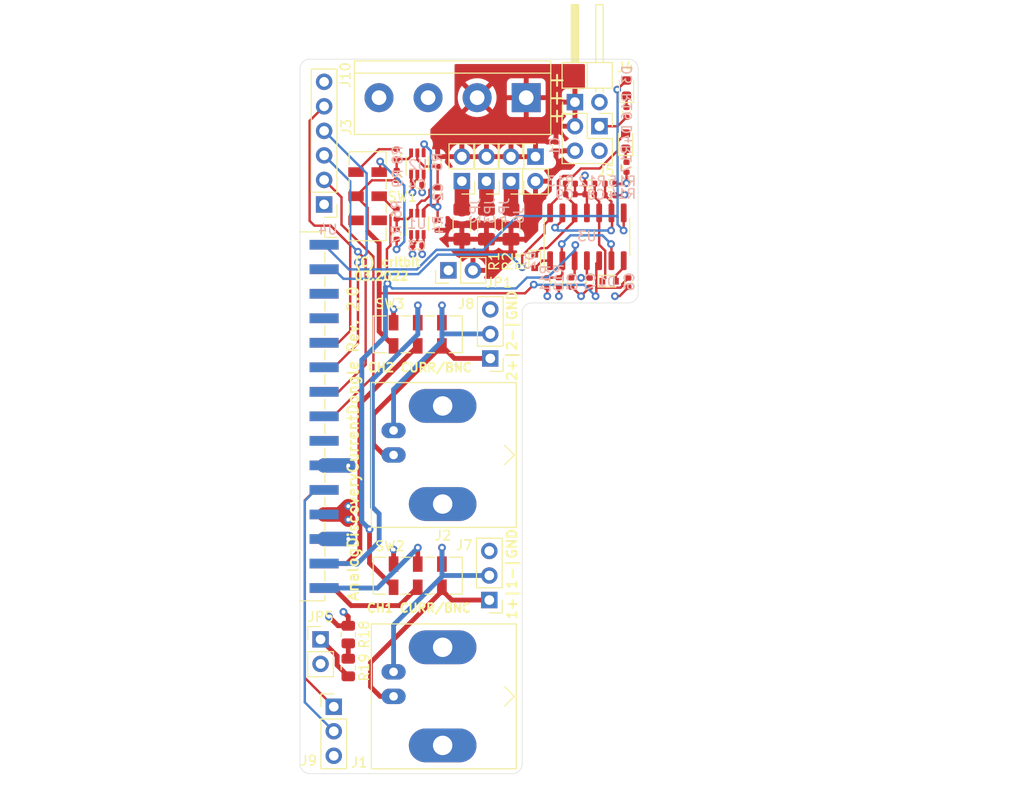
<source format=kicad_pcb>
(kicad_pcb (version 20211014) (generator pcbnew)
  (layers (0 "F.Cu" signal) (1 "In1.Cu" signal) (2 "In2.Cu" signal) (31 "B.Cu" signal) (34 "B.Paste" user) (35 "F.Paste" user) (36 "B.SilkS" user "B.Silkscreen") (37 "F.SilkS" user "F.Silkscreen") (38 "B.Mask" user) (39 "F.Mask" user) (44 "Edge.Cuts" user))
  (net 0 "")
  (net 1 "/VDC_JP")
  (net 2 "/V_OUT")
  (net 3 "Net-(C2-Pad2)")
  (net 4 "Net-(C2-Pad1)")
  (net 5 "GND")
  (net 6 "VDC")
  (net 7 "Net-(C5-Pad1)")
  (net 8 "Net-(C6-Pad1)")
  (net 9 "Net-(C8-Pad1)")
  (net 10 "Net-(C9-Pad1)")
  (net 11 "Net-(D1-Pad2)")
  (net 12 "Net-(D2-Pad2)")
  (net 13 "Net-(D3-Pad2)")
  (net 14 "Net-(D3-Pad1)")
  (net 15 "Net-(D4-Pad2)")
  (net 16 "Net-(D4-Pad1)")
  (net 17 "Net-(J1-Pad1)")
  (net 18 "Net-(J2-Pad1)")
  (net 19 "Net-(J1-Pad2)")
  (net 20 "Net-(J2-Pad2)")
  (net 21 "Net-(JP2-Pad1)")
  (net 22 "Net-(JP3-Pad1)")
  (net 23 "Net-(JP4-Pad1)")
  (net 24 "Net-(JP5-Pad1)")
  (net 25 "Net-(R7-Pad1)")
  (net 26 "Net-(J9-Pad1)")
  (net 27 "Net-(J9-Pad2)")
  (net 28 "Net-(R6-Pad2)")
  (net 29 "Net-(R8-Pad2)")
  (net 30 "Net-(R10-Pad2)")
  (net 31 "Net-(R14-Pad2)")
  (net 32 "Net-(J10-Pad2)")
  (net 33 "Net-(J10-Pad3)")
  (net 34 "Net-(J10-Pad4)")
  (net 35 "Net-(J10-Pad5)")
  (net 36 "Net-(R8-Pad1)")
  (net 39 "Net-(SW2-Pad2)")
  (net 40 "Net-(SW2-Pad5)")
  (net 54 "Net-(R18-Pad2)")
  (net 55 "Net-(SW3-Pad2)")
  (net 56 "Net-(SW3-Pad5)")
  (footprint "Capacitor_SMD:C_0402_1005Metric" (layer "F.Cu") (at 80.5 50.8 90)
    (fp_text reference "C1")
    (fp_text value "100n")
  )
  (footprint "Capacitor_SMD:C_0402_1005Metric" (layer "F.Cu") (at 68.25 55.5575 90)
    (fp_text reference "C2")
    (fp_text value "22n")
  )
  (footprint "Capacitor_SMD:C_0402_1005Metric" (layer "F.Cu") (at 66.15 61.0475 180)
    (fp_text reference "C3")
    (fp_text value "100n")
  )
  (footprint "Capacitor_SMD:C_0402_1005Metric" (layer "F.Cu") (at 66.15 54.7575 180)
    (fp_text reference "C4")
    (fp_text value "100n")
  )
  (footprint "Capacitor_SMD:C_0402_1005Metric" (layer "F.Cu") (at 82.1 64.88 -90)
    (fp_text reference "C5")
    (fp_text value "22n")
  )
  (footprint "Capacitor_SMD:C_0402_1005Metric" (layer "F.Cu") (at 88 64.9 -90)
    (fp_text reference "C6")
    (fp_text value "22n")
  )
  (footprint "Capacitor_SMD:C_0402_1005Metric" (layer "F.Cu") (at 84 64.9 -90)
    (fp_text reference "C7")
    (fp_text value "100n")
  )
  (footprint "Capacitor_SMD:C_0402_1005Metric" (layer "F.Cu") (at 83.99 55.75 180)
    (fp_text reference "C8")
    (fp_text value "22n")
  )
  (footprint "Capacitor_SMD:C_0402_1005Metric" (layer "F.Cu") (at 81.99 55.75)
    (fp_text reference "C9")
    (fp_text value "22n")
  )
  (footprint "Diode_SMD:D_SOD-523" (layer "F.Cu") (at 86 64.75)
    (fp_text reference "D1")
    (fp_text value "1N4148WT")
  )
  (footprint "Diode_SMD:D_SOD-523" (layer "F.Cu") (at 78.3 62.7 -90)
    (fp_text reference "D2")
    (fp_text value "1N4148WT")
  )
  (footprint "LED_SMD:LED_0603_1608Metric" (layer "F.Cu") (at 87.8 44.75 90)
    (fp_text reference "D3")
    (fp_text value "LED")
  )
  (footprint "LED_SMD:LED_0603_1608Metric" (layer "F.Cu") (at 87.71 50.25 90)
    (fp_text reference "D4")
    (fp_text value "LED")
  )
  (footprint "Connector_Coaxial:BNC_Amphenol_B6252HB-NPP3G-50_Horizontal" (layer "F.Cu") (at 63.69 107.75 -90)
    (fp_text reference "J1")
    (fp_text value "EXT_SONDE1")
  )
  (footprint "Connector_Coaxial:BNC_Amphenol_B6252HB-NPP3G-50_Horizontal" (layer "F.Cu") (at 63.69 82.75 -90)
    (fp_text reference "J2")
    (fp_text value "EXT_SONDE2")
  )
  (footprint "TerminalBlock:TerminalBlock_bornier-4_P5.08mm" (layer "F.Cu") (at 77.42 45.74 180)
    (fp_text reference "J3")
    (fp_text value "Screw_Terminal_01x04")
  )
  (footprint "Connector_PinHeader_2.54mm:PinHeader_1x02_P2.54mm_Horizontal" (layer "F.Cu") (at 82.46 46.2 90)
    (fp_text reference "J4")
    (fp_text value "Conn_01x02")
  )
  (footprint "Connector_PinHeader_2.54mm:PinHeader_1x02_P2.54mm_Vertical" (layer "F.Cu") (at 78.38 51.85)
    (fp_text reference "J6")
    (fp_text value "R_EXT")
  )
  (footprint "Connector_PinHeader_2.54mm:PinHeader_1x03_P2.54mm_Vertical" (layer "F.Cu") (at 57.5 108.825)
    (fp_text reference "J9")
    (fp_text value "Conn_01x03")
  )
  (footprint "Connector_PinHeader_2.54mm:PinHeader_1x02_P2.54mm_Vertical" (layer "F.Cu") (at 69.365 63.625 90)
    (fp_text reference "JP1")
    (fp_text value "Jumper_2_Open")
  )
  (footprint "Connector_PinHeader_2.54mm:PinHeader_1x02_P2.54mm_Vertical" (layer "F.Cu") (at 70.76 54.39 180)
    (fp_text reference "JP2")
    (fp_text value "Jumper_2_Open")
  )
  (footprint "Connector_PinHeader_2.54mm:PinHeader_1x02_P2.54mm_Vertical" (layer "F.Cu") (at 73.3 54.39 180)
    (fp_text reference "JP3")
    (fp_text value "Jumper_2_Open")
  )
  (footprint "Connector_PinHeader_2.54mm:PinHeader_1x02_P2.54mm_Vertical" (layer "F.Cu") (at 75.84 54.39 180)
    (fp_text reference "JP4")
    (fp_text value "Jumper_2_Open")
  )
  (footprint "Resistor_SMD:R_1206_3216Metric_Pad1.30x1.75mm_HandSolder" (layer "F.Cu") (at 70.76 58.85 90)
    (fp_text reference "R1")
    (fp_text value "5/0.1%")
  )
  (footprint "Resistor_SMD:R_1206_3216Metric_Pad1.30x1.75mm_HandSolder" (layer "F.Cu") (at 73.3 58.85 90)
    (fp_text reference "R2")
    (fp_text value "1/0.1%")
  )
  (footprint "Resistor_SMD:R_1206_3216Metric_Pad1.30x1.75mm_HandSolder" (layer "F.Cu") (at 75.84 58.85 90)
    (fp_text reference "R3")
    (fp_text value "0.2/0.1%")
  )
  (footprint "Resistor_SMD:R_0402_1005Metric" (layer "F.Cu") (at 68.25 58.9575 -90)
    (fp_text reference "R4")
    (fp_text value "100")
  )
  (footprint "Resistor_SMD:R_0402_1005Metric" (layer "F.Cu") (at 68.25 52.3575 90)
    (fp_text reference "R5")
    (fp_text value "100")
  )
  (footprint "Resistor_SMD:R_0402_1005Metric" (layer "F.Cu") (at 64.01 59.8925 90)
    (fp_text reference "R7")
    (fp_text value "330")
  )
  (footprint "Resistor_SMD:R_0402_1005Metric" (layer "F.Cu") (at 64.01 57.7925 -90)
    (fp_text reference "R6")
    (fp_text value "3k3")
  )
  (footprint "Resistor_SMD:R_0402_1005Metric" (layer "F.Cu") (at 64.01 51.5925 -90)
    (fp_text reference "R8")
    (fp_text value "330")
  )
  (footprint "Resistor_SMD:R_0402_1005Metric" (layer "F.Cu") (at 64.01 53.7925 90)
    (fp_text reference "R9")
    (fp_text value "3k3")
  )
  (footprint "Resistor_SMD:R_0402_1005Metric" (layer "F.Cu") (at 80.8 64.9 90)
    (fp_text reference "R10")
    (fp_text value "3k3")
  )
  (footprint "Resistor_SMD:R_0402_1005Metric" (layer "F.Cu") (at 79.6 64.9 -90)
    (fp_text reference "R11")
    (fp_text value "100k")
  )
  (footprint "Resistor_SMD:R_0402_1005Metric" (layer "F.Cu") (at 84 54.65 180)
    (fp_text reference "R12")
    (fp_text value "1Meg")
  )
  (footprint "Resistor_SMD:R_0402_1005Metric" (layer "F.Cu") (at 81.99 54.65)
    (fp_text reference "R13")
    (fp_text value "1Meg")
  )
  (footprint "Resistor_SMD:R_0402_1005Metric" (layer "F.Cu") (at 86.09 55.85 180)
    (fp_text reference "R14")
    (fp_text value "100k")
  )
  (footprint "Resistor_SMD:R_0402_1005Metric" (layer "F.Cu") (at 86.09 54.65)
    (fp_text reference "R15")
    (fp_text value "100k")
  )
  (footprint "Resistor_SMD:R_0402_1005Metric" (layer "F.Cu") (at 87.8 47.26 -90)
    (fp_text reference "R16")
    (fp_text value "3k3")
  )
  (footprint "Resistor_SMD:R_0402_1005Metric" (layer "F.Cu") (at 87.8 52.95 -90)
    (fp_text reference "R17")
    (fp_text value "3k3")
  )
  (footprint "Package_TO_SOT_SMD:Texas_R-PDSO-G6" (layer "F.Cu") (at 66.15 58.8075 90)
    (fp_text reference "U1")
    (fp_text value "INA186AxDDxx")
  )
  (footprint "Package_TO_SOT_SMD:Texas_R-PDSO-G6" (layer "F.Cu") (at 66.15 52.5575 90)
    (fp_text reference "U2")
    (fp_text value "INA186AxDDxx")
  )
  (footprint "Package_SO:SOIC-14_3.9x8.7mm_P1.27mm" (layer "F.Cu") (at 83.7 60.15 90)
    (fp_text reference "U3")
    (fp_text value "MCP6004")
  )
  (footprint "critbit-transient-library:AnalogDiscovery2_side_con" (layer "F.Cu") (at 56.53 60.9)
    (fp_text reference "U4")
    (fp_text value "AnalogDiscovery2")
  )
  (footprint "Connector_PinSocket_2.54mm:PinSocket_2x02_P2.54mm_Vertical" (layer "F.Cu") (at 85 48.7)
    (fp_text reference "J5")
    (fp_text value "BRD_EXT")
  )
  (footprint "Connector_PinHeader_2.54mm:PinHeader_1x02_P2.54mm_Vertical" (layer "F.Cu") (at 56.13 101.8475)
    (fp_text reference "JP5")
    (fp_text value "Jumper_2_Open")
  )
  (footprint "Resistor_SMD:R_0805_2012Metric" (layer "F.Cu") (at 59 104.7625 -90)
    (fp_text reference "R19")
    (fp_text value "50")
  )
  (footprint "Resistor_SMD:R_0805_2012Metric" (layer "F.Cu") (at 59 101.35 -90)
    (fp_text reference "R18")
    (fp_text value "50")
  )
  (footprint "Connector_PinHeader_2.54mm:PinHeader_1x03_P2.54mm_Vertical" (layer "F.Cu") (at 73.7 72.75 180)
    (fp_text reference "J8")
    (fp_text value "Conn_01x03")
  )
  (footprint "Button_Switch_SMD:SW_DPDT_CK_JS202011JCQN" (layer "F.Cu") (at 66.19 70.25 180)
    (fp_text reference "SW3")
    (fp_text value "CH2_DPDT")
  )
  (footprint "Connector_PinHeader_2.54mm:PinHeader_1x03_P2.54mm_Vertical" (layer "F.Cu") (at 73.6 97.775 180)
    (fp_text reference "J7")
    (fp_text value "Conn_01x03")
  )
  (footprint "Button_Switch_SMD:SW_DPDT_CK_JS202011JCQN" (layer "F.Cu") (at 61 55.95 -90)
    (fp_text reference "SW1")
    (fp_text value "CURR_LP_SEL")
  )
  (footprint "Button_Switch_SMD:SW_DPDT_CK_JS202011JCQN" (layer "F.Cu") (at 66.19 95.25 180)
    (fp_text reference "SW2")
    (fp_text value "CH1_DPDT")
  )
  (footprint "Connector_PinHeader_2.54mm:PinHeader_1x06_P2.54mm_Vertical" (layer "F.Cu") (at 56.5 56.8 180)
    (fp_text reference "J10")
    (fp_text value "Conn_01x06")
  )
  (gr_line (start 89 66) (end 89 42.75) (layer "Edge.Cuts") (width 0.05))
  (gr_line (start 54 42.75) (end 54 78.75) (layer "Edge.Cuts") (width 0.05))
  (gr_line (start 88 41.75) (end 55 41.75) (layer "Edge.Cuts") (width 0.05))
  (gr_arc (start 77 68) (mid 77.292893 67.292893) (end 78 67) (layer "Edge.Cuts") (width 0.05))
  (gr_arc (start 89 66) (mid 88.707107 66.707107) (end 88 67) (layer "Edge.Cuts") (width 0.05))
  (gr_arc (start 55 115.75) (mid 54.292893 115.457107) (end 54 114.75) (layer "Edge.Cuts") (width 0.05))
  (gr_line (start 55 115.75) (end 76 115.75) (layer "Edge.Cuts") (width 0.05))
  (gr_arc (start 77 114.75) (mid 76.707107 115.457107) (end 76 115.75) (layer "Edge.Cuts") (width 0.05))
  (gr_line (start 77 114.75) (end 77 68) (layer "Edge.Cuts") (width 0.05))
  (gr_arc (start 54 42.75) (mid 54.292893 42.042893) (end 55 41.75) (layer "Edge.Cuts") (width 0.05))
  (gr_line (start 78 67) (end 88 67) (layer "Edge.Cuts") (width 0.05))
  (gr_arc (start 88 41.75) (mid 88.707107 42.042893) (end 89 42.75) (layer "Edge.Cuts") (width 0.05))
  (gr_line (start 54 78.75) (end 54 114.75) (layer "Edge.Cuts") (width 0.05))
  (gr_text "1+|1-|GND" (at 75.95 95.1 90) (layer "F.SilkS") (effects (font (size 1 1) (thickness 0.2))))
  (gr_text "CH2 CURR/BNC" (at 66.4 73.7) (layer "F.SilkS") (effects (font (size 0.9 0.9) (thickness 0.2))))
  (gr_text "AnalogDiscoveryCurrentDongle Rev. 2.0" (at 59.5 98 90) (layer "F.SilkS") (effects (font (size 1.1 1.1) (thickness 0.2)) (justify left)))
  (gr_text "(C) critbit\n03.2022" (at 59.5 63.5) (layer "F.SilkS") (effects (font (size 0.9 0.9) (thickness 0.2)) (justify left)))
  (gr_text "2+|2-|GND" (at 75.95 70.4 90) (layer "F.SilkS") (effects (font (size 1 1) (thickness 0.2))))
  (gr_text "CH1 CURR/BNC" (at 66.3 98.6) (layer "F.SilkS") (effects (font (size 0.9 0.9) (thickness 0.2))))
  (gr_text "+++" (at 80.5 45.8 90) (layer "F.SilkS") (effects (font (size 1.5 1.5) (thickness 0.2))))
  (segment (start 80.5 52) (end 81 52.5) (width 0.25) (layer "F.Cu") (net 1))
  (segment (start 80.5 51.28) (end 80.5 52) (width 0.25) (layer "F.Cu") (net 1))
  (segment (start 66.15 51.4575) (end 66.15 52.1575) (width 0.25) (layer "F.Cu") (net 3))
  (segment (start 66.15 52.1575) (end 66.86 52.8675) (width 0.25) (layer "F.Cu") (net 3))
  (segment (start 67.406535 55.300965) (end 67.406535 55.914035) (width 0.25) (layer "F.Cu") (net 3))
  (segment (start 68.25 52.8675) (end 68.25 55.0775) (width 0.25) (layer "F.Cu") (net 3))
  (segment (start 67.63 55.0775) (end 67.406535 55.300965) (width 0.25) (layer "F.Cu") (net 3))
  (segment (start 68.25 55.0775) (end 67.63 55.0775) (width 0.25) (layer "F.Cu") (net 3))
  (segment (start 66.593465 56.414035) (end 66.906535 56.414035) (width 0.25) (layer "F.Cu") (net 3))
  (segment (start 66.86 52.8675) (end 68.25 52.8675) (width 0.25) (layer "F.Cu") (net 3))
  (segment (start 66.15 57.7075) (end 66.15 56.8575) (width 0.25) (layer "F.Cu") (net 3))
  (segment (start 66.15 56.8575) (end 66.593465 56.414035) (width 0.25) (layer "F.Cu") (net 3))
  (segment (start 66.906535 56.414035) (end 67.406535 55.914035) (width 0.25) (layer "F.Cu") (net 3))
  (segment (start 66.8 51.4575) (end 66.8 50.6075) (width 0.25) (layer "F.Cu") (net 4))
  (segment (start 67.25 56.8575) (end 68.25 56.8575) (width 0.25) (layer "F.Cu") (net 4))
  (segment (start 68.25 56.8575) (end 68.25 57.0575) (width 0.25) (layer "F.Cu") (net 4))
  (segment (start 68.25 57.0575) (end 68.25 58.4475) (width 0.25) (layer "F.Cu") (net 4))
  (segment (start 66.8 50.6075) (end 66.85 50.5575) (width 0.25) (layer "F.Cu") (net 4))
  (segment (start 66.8 57.7075) (end 66.8 57.3075) (width 0.25) (layer "F.Cu") (net 4))
  (segment (start 68.25 56.0375) (end 68.25 57.0575) (width 0.25) (layer "F.Cu") (net 4))
  (segment (start 66.8 57.3075) (end 67.25 56.8575) (width 0.25) (layer "F.Cu") (net 4))
  (via (at 66.85 50.5575) (size 0.8) (drill 0.4) (layers "F.Cu" "B.Cu") (net 4))
  (via (at 68.25 57.0575) (size 0.8) (drill 0.4) (layers "F.Cu" "B.Cu") (net 4))
  (segment (start 67.55 51.2575) (end 67.55 56.8575) (width 0.25) (layer "B.Cu") (net 4))
  (segment (start 67.55 56.8575) (end 67.75 57.0575) (width 0.25) (layer "B.Cu") (net 4))
  (segment (start 66.85 50.5575) (end 67.55 51.2575) (width 0.25) (layer "B.Cu") (net 4))
  (segment (start 67.75 57.0575) (end 68.25 57.0575) (width 0.25) (layer "B.Cu") (net 4))
  (segment (start 65.67 61.9375) (end 65.65 61.9575) (width 0.25) (layer "F.Cu") (net 5))
  (segment (start 65.67 54.6375) (end 65.67 54.7575) (width 0.25) (layer "F.Cu") (net 5))
  (segment (start 66.15 59.9075) (end 66.15 60.5575) (width 0.25) (layer "F.Cu") (net 5))
  (segment (start 58.98 83.83) (end 59 83.85) (width 1.5) (layer "F.Cu") (net 5))
  (segment (start 83.7 57.675) (end 83.7 55.94) (width 0.25) (layer "F.Cu") (net 5))
  (segment (start 86.87 48.7) (end 85 48.7) (width 0.25) (layer "F.Cu") (net 5))
  (segment (start 65.67 55.5375) (end 65.65 55.5575) (width 0.25) (layer "F.Cu") (net 5))
  (segment (start 83.1 66.3) (end 82.16 65.36) (width 0.25) (layer "F.Cu") (net 5))
  (segment (start 66.15 54.1575) (end 65.67 54.6375) (width 0.25) (layer "F.Cu") (net 5))
  (segment (start 83.1 66.28) (end 84 65.38) (width 0.25) (layer "F.Cu") (net 5))
  (segment (start 87.8 54.6) (end 87.8 53.46) (width 0.25) (layer "F.Cu") (net 5))
  (segment (start 82.47 55.75) (end 83.51 55.75) (width 0.25) (layer "F.Cu") (net 5))
  (segment (start 87.75 54.65) (end 87.8 54.6) (width 0.25) (layer "F.Cu") (net 5))
  (segment (start 83.7 55.94) (end 83.51 55.75) (width 0.25) (layer "F.Cu") (net 5))
  (segment (start 66.15 60.5575) (end 65.67 61.0375) (width 0.25) (layer "F.Cu") (net 5))
  (segment (start 66.15 53.6575) (end 66.15 54.1575) (width 0.25) (layer "F.Cu") (net 5))
  (segment (start 63.69 94.05) (end 63.69 92.56) (width 0.5) (layer "F.Cu") (net 5))
  (segment (start 65.67 54.7575) (end 65.67 55.5375) (width 0.25) (layer "F.Cu") (net 5))
  (segment (start 65.5 53.6575) (end 65.5 54.5875) (width 0.25) (layer "F.Cu") (net 5))
  (segment (start 56.5 91.45) (end 59 91.45) (width 1.5) (layer "F.Cu") (net 5))
  (segment (start 88 65.38) (end 87.08 66.3) (width 0.25) (layer "F.Cu") (net 5))
  (segment (start 87.8 47.77) (end 86.87 48.7) (width 0.25) (layer "F.Cu") (net 5))
  (segment (start 65.5 60.8775) (end 65.67 61.0475) (width 0.25) (layer "F.Cu") (net 5))
  (segment (start 63.69 69.05) (end 63.69 67.66) (width 0.5) (layer "F.Cu") (net 5))
  (segment (start 63.69 92.56) (end 63.7 92.55) (width 0.5) (layer "F.Cu") (net 5))
  (segment (start 87.08 66.3) (end 86.6 66.3) (width 0.25) (layer "F.Cu") (net 5))
  (segment (start 86.6 54.65) (end 87.75 54.65) (width 0.25) (layer "F.Cu") (net 5))
  (segment (start 79.6 65.41) (end 79.6 66.3) (width 0.25) (layer "F.Cu") (net 5))
  (segment (start 65.5 54.5875) (end 65.67 54.7575) (width 0.25) (layer "F.Cu") (net 5))
  (segment (start 83.51 54.67) (end 83.49 54.65) (width 0.25) (layer "F.Cu") (net 5))
  (segment (start 83.49 53.81) (end 83.5 53.8) (width 0.25) (layer "F.Cu") (net 5))
  (segment (start 56.5 83.83) (end 58.98 83.83) (width 1.5) (layer "F.Cu") (net 5))
  (segment (start 65.67 61.0475) (end 65.67 61.9375) (width 0.25) (layer "F.Cu") (net 5))
  (segment (start 83.49 54.65) (end 83.49 53.81) (width 0.25) (layer "F.Cu") (net 5))
  (segment (start 82.47 55.75) (end 82.47 54.68) (width 0.25) (layer "F.Cu") (net 5))
  (segment (start 83.51 55.75) (end 83.51 54.67) (width 0.25) (layer "F.Cu") (net 5))
  (segment (start 63.69 67.66) (end 63.7 67.65) (width 0.5) (layer "F.Cu") (net 5))
  (segment (start 83.1 66.3) (end 83.1 66.28) (width 0.25) (layer "F.Cu") (net 5))
  (segment (start 65.5 59.9075) (end 65.5 60.8775) (width 0.25) (layer "F.Cu") (net 5))
  (segment (start 82.47 54.68) (end 82.5 54.65) (width 0.25) (layer "F.Cu") (net 5))
  (segment (start 65.67 61.0375) (end 65.67 61.0475) (width 0.25) (layer "F.Cu") (net 5))
  (segment (start 82.16 65.36) (end 82.1 65.36) (width 0.25) (layer "F.Cu") (net 5))
  (via (at 79.6 66.3) (size 0.8) (drill 0.4) (layers "F.Cu" "B.Cu") (net 5))
  (via (at 65.65 61.9575) (size 0.8) (drill 0.4) (layers "F.Cu" "B.Cu") (net 5))
  (via (at 87.8 54.6) (size 0.8) (drill 0.4) (layers "F.Cu" "B.Cu") (net 5))
  (via (at 63.7 67.65) (size 0.8) (drill 0.4) (layers "F.Cu" "B.Cu") (net 5))
  (via (at 59 91.45) (size 0.8) (drill 0.4) (layers "F.Cu" "B.Cu") (net 5))
  (via (at 86.6 66.3) (size 0.8) (drill 0.4) (layers "F.Cu" "B.Cu") (net 5))
  (via (at 83.1 66.3) (size 0.8) (drill 0.4) (layers "F.Cu" "B.Cu") (net 5))
  (via (at 65.65 55.5575) (size 0.8) (drill 0.4) (layers "F.Cu" "B.Cu") (net 5))
  (via (at 83.5 53.8) (size 0.8) (drill 0.4) (layers "F.Cu" "B.Cu") (net 5))
  (via (at 63.7 92.55) (size 0.8) (drill 0.4) (layers "F.Cu" "B.Cu") (net 5))
  (via (at 59 83.85) (size 0.8) (drill 0.4) (layers "F.Cu" "B.Cu") (net 5))
  (segment (start 56.5 91.45) (end 59 91.45) (width 1.5) (layer "B.Cu") (net 5))
  (segment (start 56.5 83.83) (end 58.98 83.83) (width 1.5) (layer "B.Cu") (net 5))
  (segment (start 58.98 83.83) (end 59 83.85) (width 1.5) (layer "B.Cu") (net 5))
  (segment (start 86.6 55.85) (end 87.55 55.85) (width 0.25) (layer "F.Cu") (net 6))
  (segment (start 83.7 64.12) (end 84 64.42) (width 0.25) (layer "F.Cu") (net 6))
  (segment (start 57 99.5) (end 57.9375 100.4375) (width 0.5) (layer "F.Cu") (net 6))
  (segment (start 59 99.5) (end 58.5 99) (width 0.5) (layer "F.Cu") (net 6))
  (segment (start 83.12 64.42) (end 83.1 64.4) (width 0.25) (layer "F.Cu") (net 6))
  (segment (start 59 100.4375) (end 59 99.5) (width 0.5) (layer "F.Cu") (net 6))
  (segment (start 84 64.42) (end 83.12 64.42) (width 0.25) (layer "F.Cu") (net 6))
  (segment (start 87.55 55.85) (end 87.6 55.8) (width 0.25) (layer "F.Cu") (net 6))
  (segment (start 56.5 88.91) (end 58.46 88.91) (width 1.5) (layer "F.Cu") (net 6))
  (segment (start 57.9375 100.4375) (end 59 100.4375) (width 0.5) (layer "F.Cu") (net 6))
  (segment (start 66.63 55.5375) (end 66.65 55.5575) (width 0.25) (layer "F.Cu") (net 6))
  (segment (start 58.46 88.91) (end 59 89.45) (width 1.5) (layer "F.Cu") (net 6))
  (segment (start 66.8 54.5875) (end 66.63 54.7575) (width 0.25) (layer "F.Cu") (net 6))
  (segment (start 56.5 88.91) (end 58.14 88.91) (width 1.5) (layer "F.Cu") (net 6))
  (segment (start 66.63 61.9375) (end 66.65 61.9575) (width 0.25) (layer "F.Cu") (net 6))
  (segment (start 66.8 59.9075) (end 66.8 60.8775) (width 0.25) (layer "F.Cu") (net 6))
  (segment (start 80.8 65.41) (end 80.8 66.3) (width 0.25) (layer "F.Cu") (net 6))
  (segment (start 66.63 61.0475) (end 66.63 61.9375) (width 0.25) (layer "F.Cu") (net 6))
  (segment (start 58.14 88.91) (end 59 88.05) (width 1.5) (layer "F.Cu") (net 6))
  (segment (start 66.63 54.7575) (end 66.63 55.5375) (width 0.25) (layer "F.Cu") (net 6))
  (segment (start 83.7 62.625) (end 83.7 64.12) (width 0.25) (layer "F.Cu") (net 6))
  (segment (start 66.8 53.6575) (end 66.8 54.5875) (width 0.25) (layer "F.Cu") (net 6))
  (segment (start 66.8 60.8775) (end 66.63 61.0475) (width 0.25) (layer "F.Cu") (net 6))
  (via (at 80.8 66.3) (size 0.8) (drill 0.4) (layers "F.Cu" "B.Cu") (net 6))
  (via (at 59 89.45) (size 0.8) (drill 0.4) (layers "F.Cu" "B.Cu") (net 6))
  (via (at 87.6 55.8) (size 0.8) (drill 0.4) (layers "F.Cu" "B.Cu") (net 6))
  (via (at 83.1 64.4) (size 0.8) (drill 0.4) (layers "F.Cu" "B.Cu") (net 6))
  (via (at 58.5 99) (size 0.8) (drill 0.4) (layers "F.Cu" "B.Cu") (net 6))
  (via (at 66.65 55.5575) (size 0.8) (drill 0.4) (layers "F.Cu" "B.Cu") (net 6))
  (via (at 57 99.5) (size 0.8) (drill 0.4) (layers "F.Cu" "B.Cu") (net 6))
  (via (at 59 88.05) (size 0.8) (drill 0.4) (layers "F.Cu" "B.Cu") (net 6))
  (via (at 66.65 61.9575) (size 0.8) (drill 0.4) (layers "F.Cu" "B.Cu") (net 6))
  (segment (start 82.1 64.4) (end 82.43 64.07) (width 0.25) (layer "F.Cu") (net 7))
  (segment (start 82.43 61.07) (end 82.43 62.625) (width 0.25) (layer "F.Cu") (net 7))
  (segment (start 61.2 93.96) (end 63.69 96.45) (width 0.5) (layer "F.Cu") (net 7))
  (segment (start 63.7325 57.2825) (end 62.4 55.95) (width 0.25) (layer "F.Cu") (net 7))
  (segment (start 82.43 64.07) (end 82.43 62.625) (width 0.25) (layer "F.Cu") (net 7))
  (segment (start 64.01 57.2825) (end 63.7325 57.2825) (width 0.25) (layer "F.Cu") (net 7))
  (segment (start 63.36548 61.059906) (end 63 61.425386) (width 0.25) (layer "F.Cu") (net 7))
  (segment (start 63.36548 57.92702) (end 63.36548 61.059906) (width 0.25) (layer "F.Cu") (net 7))
  (segment (start 63 61.425386) (end 63 65) (width 0.25) (layer "F.Cu") (net 7))
  (segment (start 64.01 57.2825) (end 63.36548 57.92702) (width 0.25) (layer "F.Cu") (net 7))
  (segment (start 62.4 55.95) (end 62.2 55.95) (width 0.25) (layer "F.Cu") (net 7))
  (segment (start 61.2 90.45) (end 61.2 93.96) (width 0.5) (layer "F.Cu") (net 7))
  (segment (start 82.5 61) (end 82.43 61.07) (width 0.25) (layer "F.Cu") (net 7))
  (via (at 63.0495 64.994632) (size 0.8) (drill 0.4) (layers "F.Cu" "B.Cu") (net 7))
  (via (at 61.2 90.45) (size 0.8) (drill 0.4) (layers "F.Cu" "B.Cu") (net 7))
  (via (at 82.5 61) (size 0.8) (drill 0.4) (layers "F.Cu" "B.Cu") (net 7))
  (segment (start 62.850489 65.350489) (end 62.850489 70.449511) (width 0.5) (layer "B.Cu") (net 7))
  (segment (start 63.0495 64.994632) (end 63.0495 65.151478) (width 0.5) (layer "B.Cu") (net 7))
  (segment (start 77.5 64.375489) (end 79.624511 64.375489) (width 0.25) (layer "B.Cu") (net 7))
  (segment (start 60.4 89.65) (end 61.2 90.45) (width 0.5) (layer "B.Cu") (net 7))
  (segment (start 79.624511 64.375489) (end 82.5 61.5) (width 0.25) (layer "B.Cu") (net 7))
  (segment (start 63.554868 65.5) (end 76.375489 65.5) (width 0.25) (layer "B.Cu") (net 7))
  (segment (start 76.375489 65.5) (end 77.5 64.375489) (width 0.25) (layer "B.Cu") (net 7))
  (segment (start 82.5 61.5) (end 82.5 61) (width 0.25) (layer "B.Cu") (net 7))
  (segment (start 63.0495 65.151478) (end 62.850489 65.350489) (width 0.5) (layer "B.Cu") (net 7))
  (segment (start 63.0495 64.994632) (end 63.554868 65.5) (width 0.25) (layer "B.Cu") (net 7))
  (segment (start 60.4 72.9) (end 60.4 89.65) (width 0.5) (layer "B.Cu") (net 7))
  (segment (start 62.850489 70.449511) (end 60.4 72.9) (width 0.5) (layer "B.Cu") (net 7))
  (segment (start 84.675489 66.224511) (end 84.6 66.3) (width 0.25) (layer "F.Cu") (net 8))
  (segment (start 87.175489 65.424511) (end 84.675489 65.424511) (width 0.25) (layer "F.Cu") (net 8))
  (segment (start 87.36548 65.04759) (end 87.36548 65.23452) (width 0.25) (layer "F.Cu") (net 8))
  (segment (start 61 59.6) (end 61 57.15) (width 0.25) (layer "F.Cu") (net 8))
  (segment (start 62.2 60.8) (end 62.2 65.1) (width 0.5) (layer "F.Cu") (net 8))
  (segment (start 62.2 69.96) (end 63.69 71.45) (width 0.5) (layer "F.Cu") (net 8))
  (segment (start 62.2 66) (end 62.2 65.1) (width 0.25) (layer "F.Cu") (net 8))
  (segment (start 61 57.15) (end 59.8 55.95) (width 0.25) (layer "F.Cu") (net 8))
  (segment (start 84.675489 65.424511) (end 84.675489 62.919511) (width 0.25) (layer "F.Cu") (net 8))
  (segment (start 61 59.6) (end 62.2 60.8) (width 0.5) (layer "F.Cu") (net 8))
  (segment (start 87.36548 65.23452) (end 87.175489 65.424511) (width 0.25) (layer "F.Cu") (net 8))
  (segment (start 61.4475 54.3025) (end 59.8 55.95) (width 0.25) (layer "F.Cu") (net 8))
  (segment (start 84.675489 62.919511) (end 84.97 62.625) (width 0.25) (layer "F.Cu") (net 8))
  (segment (start 88 64.42) (end 87.99307 64.42) (width 0.25) (layer "F.Cu") (net 8))
  (segment (start 84.675489 65.424511) (end 84.675489 66.224511) (width 0.25) (layer "F.Cu") (net 8))
  (segment (start 78.2 65.1) (end 77.3 66) (width 0.25) (layer "F.Cu") (net 8))
  (segment (start 64.01 54.3025) (end 61.4475 54.3025) (width 0.25) (layer "F.Cu") (net 8))
  (segment (start 87.99307 64.42) (end 87.36548 65.04759) (width 0.25) (layer "F.Cu") (net 8))
  (segment (start 62.2 65.1) (end 62.2 69.96) (width 0.5) (layer "F.Cu") (net 8))
  (segment (start 77.3 66) (end 62.2 66) (width 0.25) (layer "F.Cu") (net 8))
  (via (at 84.6 66.3) (size 0.8) (drill 0.4) (layers "F.Cu" "B.Cu") (net 8))
  (via (at 78.2 65.1) (size 0.8) (drill 0.4) (layers "F.Cu" "B.Cu") (net 8))
  (segment (start 84.6 66.3) (end 83.424511 65.124511) (width 0.25) (layer "B.Cu") (net 8))
  (segment (start 83.424511 65.124511) (end 78.224511 65.124511) (width 0.25) (layer "B.Cu") (net 8))
  (segment (start 78.224511 65.124511) (end 78.2 65.1) (width 0.25) (layer "B.Cu") (net 8))
  (segment (start 85.59452 64.45548) (end 85.3 64.75) (width 0.25) (layer "F.Cu") (net 9))
  (segment (start 85.59452 61.603448) (end 85.59452 64.45548) (width 0.25) (layer "F.Cu") (net 9))
  (segment (start 84.97 57.675) (end 84.97 56.51) (width 0.25) (layer "F.Cu") (net 9))
  (segment (start 84.51 54.65) (end 84.51 55.71) (width 0.25) (layer "F.Cu") (net 9))
  (segment (start 84.97 56.51) (end 84.47 56.01) (width 0.25) (layer "F.Cu") (net 9))
  (segment (start 84.51 55.71) (end 84.47 55.75) (width 0.25) (layer "F.Cu") (net 9))
  (segment (start 84.47 56.01) (end 84.47 55.75) (width 0.25) (layer "F.Cu") (net 9))
  (segment (start 84.97 60.978928) (end 85.59452 61.603448) (width 0.25) (layer "F.Cu") (net 9))
  (segment (start 84.97 57.675) (end 84.97 60.978928) (width 0.25) (layer "F.Cu") (net 9))
  (segment (start 81.48 54.65) (end 81.48 55.72) (width 0.25) (layer "F.Cu") (net 10))
  (segment (start 81.51 55.75) (end 81.51 55.91) (width 0.25) (layer "F.Cu") (net 10))
  (segment (start 79.57452 61.32548) (end 78.97452 61.32548) (width 0.25) (layer "F.Cu") (net 10))
  (segment (start 81.51 55.91) (end 82.43 56.83) (width 0.25) (layer "F.Cu") (net 10))
  (segment (start 81.48 55.72) (end 81.51 55.75) (width 0.25) (layer "F.Cu") (net 10))
  (segment (start 82.43 57.675) (end 82.43 58.47) (width 0.25) (layer "F.Cu") (net 10))
  (segment (start 82.43 56.83) (end 82.43 57.675) (width 0.25) (layer "F.Cu") (net 10))
  (segment (start 78.97452 61.32548) (end 78.3 62) (width 0.25) (layer "F.Cu") (net 10))
  (segment (start 82.43 58.47) (end 79.57452 61.32548) (width 0.25) (layer "F.Cu") (net 10))
  (segment (start 87.51 63.34) (end 87.51 62.625) (width 0.25) (layer "F.Cu") (net 11))
  (segment (start 86.7 64.75) (end 86.7 64.15) (width 0.25) (layer "F.Cu") (net 11))
  (segment (start 86.7 64.15) (end 87.51 63.34) (width 0.25) (layer "F.Cu") (net 11))
  (segment (start 79.075 62.625) (end 79.89 62.625) (width 0.25) (layer "F.Cu") (net 12))
  (segment (start 78.3 63.4) (end 79.075 62.625) (width 0.25) (layer "F.Cu") (net 12))
  (segment (start 86.837847 44.904945) (end 87.780292 43.9625) (width 0.25) (layer "F.Cu") (net 13))
  (segment (start 87.51 57.675) (end 87.51 59.49) (width 0.25) (layer "F.Cu") (net 13))
  (segment (start 87.51 59.49) (end 87.5 59.5) (width 0.25) (layer "F.Cu") (net 13))
  (segment (start 87.780292 43.9625) (end 87.8 43.9625) (width 0.25) (layer "F.Cu") (net 13))
  (via (at 86.837847 44.904945) (size 0.8) (drill 0.4) (layers "F.Cu" "B.Cu") (net 13))
  (via (at 87.5 59.5) (size 0.8) (drill 0.4) (layers "F.Cu" "B.Cu") (net 13))
  (segment (start 86.750978 58) (end 76.5 58) (width 0.25) (layer "B.Cu") (net 13))
  (segment (start 86.875489 44.942587) (end 86.875489 58.124511) (width 0.25) (layer "B.Cu") (net 13))
  (segment (start 76.5 58) (end 73 61.5) (width 0.25) (layer "B.Cu") (net 13))
  (segment (start 86.875489 58.875489) (end 87.5 59.5) (width 0.25) (layer "B.Cu") (net 13))
  (segment (start 73 61.5) (end 68.132114 61.5) (width 0.25) (layer "B.Cu") (net 13))
  (segment (start 86.875489 58.124511) (end 86.875489 58.875489) (width 0.25) (layer "B.Cu") (net 13))
  (segment (start 66.107603 63.524511) (end 59.054511 63.524511) (width 0.25) (layer "B.Cu") (net 13))
  (segment (start 68.132114 61.5) (end 66.107603 63.524511) (width 0.25) (layer "B.Cu") (net 13))
  (segment (start 86.837847 44.904945) (end 86.875489 44.942587) (width 0.25) (layer "B.Cu") (net 13))
  (segment (start 59.054511 63.524511) (end 56.5 60.97) (width 0.25) (layer "B.Cu") (net 13))
  (segment (start 86.875489 58.124511) (end 86.750978 58) (width 0.25) (layer "B.Cu") (net 13))
  (segment (start 87.8 45.5375) (end 87.8 46.75) (width 0.25) (layer "F.Cu") (net 14))
  (segment (start 79.89 56.91) (end 79.89 57.675) (width 0.25) (layer "F.Cu") (net 15))
  (segment (start 85.024511 53.075489) (end 83.075489 53.075489) (width 0.25) (layer "F.Cu") (net 15))
  (segment (start 77 63.3) (end 77 62.1) (width 0.25) (layer "F.Cu") (net 15))
  (segment (start 86.91048 50.26202) (end 86.91048 51.18952) (width 0.25) (layer "F.Cu") (net 15))
  (segment (start 80.7 54.4) (end 80.7 56.1) (width 0.25) (layer "F.Cu") (net 15))
  (segment (start 79.3 59.8) (end 79.3 58.9) (width 0.25) (layer "F.Cu") (net 15))
  (segment (start 81.25 53.85) (end 82.300978 53.85) (width 0.25) (layer "F.Cu") (net 15))
  (segment (start 87.71 49.4625) (end 86.91048 50.26202) (width 0.25) (layer "F.Cu") (net 15))
  (segment (start 79.89 58.31) (end 79.89 57.675) (width 0.25) (layer "F.Cu") (net 15))
  (segment (start 79.3 58.9) (end 79.89 58.31) (width 0.25) (layer "F.Cu") (net 15))
  (segment (start 80.7 56.1) (end 79.89 56.91) (width 0.25) (layer "F.Cu") (net 15))
  (segment (start 82.300978 53.85) (end 83.075489 53.075489) (width 0.25) (layer "F.Cu") (net 15))
  (segment (start 86.91048 51.18952) (end 85.024511 53.075489) (width 0.25) (layer "F.Cu") (net 15))
  (segment (start 77 62.1) (end 79.3 59.8) (width 0.25) (layer "F.Cu") (net 15))
  (segment (start 81.25 53.85) (end 80.7 54.4) (width 0.25) (layer "F.Cu") (net 15))
  (via (at 77 63.3) (size 0.8) (drill 0.4) (layers "F.Cu" "B.Cu") (net 15))
  (segment (start 75.7 62) (end 68.267831 62) (width 0.25) (layer "B.Cu") (net 15))
  (segment (start 62.519518 64.5) (end 58.5 64.5) (width 0.25) (layer "B.Cu") (net 15))
  (segment (start 68.267831 62) (end 66.248313 64.019518) (width 0.25) (layer "B.Cu") (net 15))
  (segment (start 77 63.3) (end 75.7 62) (width 0.25) (layer "B.Cu") (net 15))
  (segment (start 57.51 63.51) (end 56.5 63.51) (width 0.25) (layer "B.Cu") (net 15))
  (segment (start 58.5 64.5) (end 57.51 63.51) (width 0.25) (layer "B.Cu") (net 15))
  (segment (start 66.248313 64.019518) (end 63 64.019518) (width 0.25) (layer "B.Cu") (net 15))
  (segment (start 63 64.019518) (end 62.519518 64.5) (width 0.25) (layer "B.Cu") (net 15))
  (segment (start 87.71 51.0375) (end 87.71 52.35) (width 0.25) (layer "F.Cu") (net 16))
  (segment (start 87.71 52.35) (end 87.8 52.44) (width 0.25) (layer "F.Cu") (net 16))
  (segment (start 68.69 96.86) (end 68.69 96.45) (width 0.5) (layer "F.Cu") (net 17))
  (segment (start 68.69 96.45) (end 68.69 96.74) (width 0.5) (layer "F.Cu") (net 17))
  (segment (start 69.725 97.775) (end 73.6 97.775) (width 0.5) (layer "F.Cu") (net 17))
  (segment (start 61.3 104.25) (end 68.69 96.86) (width 0.5) (layer "F.Cu") (net 17))
  (segment (start 61.3 106.75) (end 61.3 104.25) (width 0.5) (layer "F.Cu") (net 17))
  (segment (start 62.3 107.75) (end 61.3 106.75) (width 0.5) (layer "F.Cu") (net 17))
  (segment (start 68.69 96.74) (end 69.725 97.775) (width 0.5) (layer "F.Cu") (net 17))
  (segment (start 63.69 107.75) (end 62.3 107.75) (width 0.5) (layer "F.Cu") (net 17))
  (segment (start 63.69 82.75) (end 62.7 82.75) (width 0.5) (layer "F.Cu") (net 18))
  (segment (start 62.7 82.75) (end 61.6 81.65) (width 0.5) (layer "F.Cu") (net 18))
  (segment (start 69.99 72.75) (end 68.69 71.45) (width 0.5) (layer "F.Cu") (net 18))
  (segment (start 73.7 72.75) (end 69.99 72.75) (width 0.5) (layer "F.Cu") (net 18))
  (segment (start 61.6 81.65) (end 61.6 78.54) (width 0.5) (layer "F.Cu") (net 18))
  (segment (start 61.6 78.54) (end 68.69 71.45) (width 0.5) (layer "F.Cu") (net 18))
  (segment (start 68.7 94.04) (end 68.69 94.05) (width 0.5) (layer "F.Cu") (net 19))
  (segment (start 68.7 92.35) (end 68.7 94.04) (width 0.5) (layer "F.Cu") (net 19))
  (via (at 68.7 92.35) (size 0.8) (drill 0.4) (layers "F.Cu" "B.Cu") (net 19))
  (segment (start 68.7 95.35) (end 68.7 92.35) (width 0.5) (layer "B.Cu") (net 19))
  (segment (start 68.7 95.35) (end 68.815 95.235) (width 0.5) (layer "B.Cu") (net 19))
  (segment (start 68.815 95.235) (end 73.6 95.235) (width 0.5) (layer "B.Cu") (net 19))
  (segment (start 63.69 105.21) (end 63.69 100.36) (width 0.5) (layer "B.Cu") (net 19))
  (segment (start 63.69 100.36) (end 65.3 98.75) (width 0.5) (layer "B.Cu") (net 19))
  (segment (start 65.3 98.75) (end 68.7 95.35) (width 0.5) (layer "B.Cu") (net 19))
  (segment (start 68.7 69.04) (end 68.69 69.05) (width 0.5) (layer "F.Cu") (net 20))
  (segment (start 68.7 67.25) (end 68.7 69.04) (width 0.5) (layer "F.Cu") (net 20))
  (via (at 68.7 67.25) (size 0.8) (drill 0.4) (layers "F.Cu" "B.Cu") (net 20))
  (segment (start 63.69 80.21) (end 63.69 75.96) (width 0.5) (layer "B.Cu") (net 20))
  (segment (start 68.7 70.95) (end 68.7 70.35) (width 0.5) (layer "B.Cu") (net 20))
  (segment (start 68.7 70.35) (end 68.84 70.21) (width 0.5) (layer "B.Cu") (net 20))
  (segment (start 67.9 71.75) (end 68.7 70.95) (width 0.5) (layer "B.Cu") (net 20))
  (segment (start 63.69 75.96) (end 67.9 71.75) (width 0.5) (layer "B.Cu") (net 20))
  (segment (start 68.7 70.35) (end 68.7 67.25) (width 0.5) (layer "B.Cu") (net 20))
  (segment (start 68.84 70.21) (end 73.7 70.21) (width 0.5) (layer "B.Cu") (net 20))
  (segment (start 70.76 54.39) (end 70.76 57.3) (width 1.5) (layer "F.Cu") (net 21))
  (segment (start 73.3 54.39) (end 73.3 57.3) (width 1.5) (layer "F.Cu") (net 22))
  (segment (start 75.84 54.39) (end 75.84 57.3) (width 1.5) (layer "F.Cu") (net 23))
  (segment (start 59 105.675) (end 57.85048 104.52548) (width 0.5) (layer "F.Cu") (net 24))
  (segment (start 57.85048 104.52548) (end 57.85048 103.56798) (width 0.5) (layer "F.Cu") (net 24))
  (segment (start 57.85048 103.56798) (end 56.13 101.8475) (width 0.5) (layer "F.Cu") (net 24))
  (segment (start 64.01 61.44) (end 64 61.45) (width 0.25) (layer "F.Cu") (net 25))
  (segment (start 62.3 52.35) (end 62.3 53.35) (width 0.25) (layer "F.Cu") (net 25))
  (segment (start 64.01 60.4025) (end 64.01 61.44) (width 0.25) (layer "F.Cu") (net 25))
  (segment (start 62.3 53.35) (end 62.2 53.45) (width 0.25) (layer "F.Cu") (net 25))
  (via (at 64 61.45) (size 0.8) (drill 0.4) (layers "F.Cu" "B.Cu") (net 25))
  (via (at 62.3 52.35) (size 0.8) (drill 0.4) (layers "F.Cu" "B.Cu") (net 25))
  (segment (start 64.8 54.85) (end 62.3 52.35) (width 0.25) (layer "B.Cu") (net 25))
  (segment (start 64 61.45) (end 64.8 60.65) (width 0.25) (layer "B.Cu") (net 25))
  (segment (start 64.8 60.65) (end 64.8 54.85) (width 0.25) (layer "B.Cu") (net 25))
  (segment (start 57.5 108.825) (end 54.5 105.825) (width 0.25) (layer "F.Cu") (net 26))
  (segment (start 54.5 87.45) (end 55.58 86.37) (width 0.25) (layer "F.Cu") (net 26))
  (segment (start 54.5 105.825) (end 54.5 87.45) (width 0.25) (layer "F.Cu") (net 26))
  (segment (start 55.58 86.37) (end 56.5 86.37) (width 0.25) (layer "F.Cu") (net 26))
  (segment (start 55.63 86.37) (end 56.5 86.37) (width 0.25) (layer "B.Cu") (net 27))
  (segment (start 57.5 111.365) (end 54.5 108.365) (width 0.25) (layer "B.Cu") (net 27))
  (segment (start 54.5 108.365) (end 54.5 87.5) (width 0.25) (layer "B.Cu") (net 27))
  (segment (start 54.5 87.5) (end 55.63 86.37) (width 0.25) (layer "B.Cu") (net 27))
  (segment (start 64.01 59.3825) (end 64.01 58.3025) (width 0.25) (layer "F.Cu") (net 28))
  (segment (start 64.01 58.3025) (end 65.19 58.3025) (width 0.25) (layer "F.Cu") (net 28))
  (segment (start 65.19 58.3025) (end 65.5 57.9925) (width 0.25) (layer "F.Cu") (net 28))
  (segment (start 65.5 57.9925) (end 65.5 57.7075) (width 0.25) (layer "F.Cu") (net 28))
  (segment (start 64.01 52.1025) (end 65.19 52.1025) (width 0.25) (layer "F.Cu") (net 29))
  (segment (start 65.5 51.7925) (end 65.5 51.4575) (width 0.25) (layer "F.Cu") (net 29))
  (segment (start 64.01 52.1025) (end 64.01 53.2825) (width 0.25) (layer "F.Cu") (net 29))
  (segment (start 65.19 52.1025) (end 65.5 51.7925) (width 0.25) (layer "F.Cu") (net 29))
  (segment (start 80.8 64.39) (end 79.6 64.39) (width 0.25) (layer "F.Cu") (net 30))
  (segment (start 81.16 62.625) (end 81.16 64.03) (width 0.25) (layer "F.Cu") (net 30))
  (segment (start 81.16 64.03) (end 80.8 64.39) (width 0.25) (layer "F.Cu") (net 30))
  (segment (start 81.1 62.565) (end 81.16 62.625) (width 0.25) (layer "F.Cu") (net 30))
  (segment (start 86.24 60.94) (end 86.2 60.9) (width 0.25) (layer "F.Cu") (net 30))
  (segment (start 86.24 62.625) (end 86.24 60.94) (width 0.25) (layer "F.Cu") (net 30))
  (segment (start 81.1 60.9) (end 81.1 62.565) (width 0.25) (layer "F.Cu") (net 30))
  (via (at 86.2 60.9) (size 0.8) (drill 0.4) (layers "F.Cu" "B.Cu") (net 30))
  (via (at 81.1 60.9) (size 0.8) (drill 0.4) (layers "F.Cu" "B.Cu") (net 30))
  (segment (start 82 60) (end 81.1 60.9) (width 0.25) (layer "B.Cu") (net 30))
  (segment (start 85.3 60) (end 82 60) (width 0.25) (layer "B.Cu") (net 30))
  (segment (start 86.2 60.9) (end 85.3 60) (width 0.25) (layer "B.Cu") (net 30))
  (segment (start 86.3 59.1) (end 86.3 57.735) (width 0.25) (layer "F.Cu") (net 31))
  (segment (start 85.58 55.85) (end 85.58 54.65) (width 0.25) (layer "F.Cu") (net 31))
  (segment (start 86.3 57.735) (end 86.24 57.675) (width 0.25) (layer "F.Cu") (net 31))
  (segment (start 81.16 58.44) (end 80.4 59.2) (width 0.25) (layer "F.Cu") (net 31))
  (segment (start 81.16 57.675) (end 81.16 58.44) (width 0.25) (layer "F.Cu") (net 31))
  (segment (start 86.2 59.2) (end 86.3 59.1) (width 0.25) (layer "F.Cu") (net 31))
  (segment (start 86.24 56.51) (end 85.58 55.85) (width 0.25) (layer "F.Cu") (net 31))
  (segment (start 86.24 57.675) (end 86.24 56.51) (width 0.25) (layer "F.Cu") (net 31))
  (segment (start 86.2 59.5) (end 86.2 59.2) (width 0.25) (layer "F.Cu") (net 31))
  (via (at 86.2 59.5) (size 0.8) (drill 0.4) (layers "F.Cu" "B.Cu") (net 31))
  (via (at 80.4 59.2) (size 0.8) (drill 0.4) (layers "F.Cu" "B.Cu") (net 31))
  (segment (start 80.7 59.5) (end 80.4 59.2) (width 0.25) (layer "B.Cu") (net 31))
  (segment (start 86.2 59.5) (end 80.7 59.5) (width 0.25) (layer "B.Cu") (net 31))
  (segment (start 61.6 62.2) (end 58.3 58.9) (width 0.25) (layer "F.Cu") (net 32))
  (segment (start 61.6 74.6) (end 61.6 62.2) (width 0.25) (layer "F.Cu") (net 32))
  (segment (start 58.3 58.9) (end 58.3 56.06) (width 0.25) (layer "F.Cu") (net 32))
  (segment (start 58.3 56.06) (end 56.5 54.26) (width 0.25) (layer "F.Cu") (net 32))
  (segment (start 56.5 78.75) (end 57.45 78.75) (width 0.25) (layer "F.Cu") (net 32))
  (segment (start 57.45 78.75) (end 61.6 74.6) (width 0.25) (layer "F.Cu") (net 32))
  (segment (start 60 61.7) (end 60.8 62.5) (width 0.25) (layer "F.Cu") (net 33))
  (segment (start 60.8 73.4) (end 57.99 76.21) (width 0.25) (layer "F.Cu") (net 33))
  (segment (start 60.8 62.5) (end 60.8 73.4) (width 0.25) (layer "F.Cu") (net 33))
  (segment (start 57.99 76.21) (end 56.5 76.21) (width 0.25) (layer "F.Cu") (net 33))
  (via (at 60 61.7) (size 0.8) (drill 0.4) (layers "F.Cu" "B.Cu") (net 33))
  (segment (start 59.2 60.9) (end 59.2 54.42) (width 0.25) (layer "B.Cu") (net 33))
  (segment (start 60 61.7) (end 59.2 60.9) (width 0.25) (layer "B.Cu") (net 33))
  (segment (start 59.2 54.42) (end 56.5 51.72) (width 0.25) (layer "B.Cu") (net 33))
  (segment (start 57.53 73.67) (end 56.5 73.67) (width 0.25) (layer "F.Cu") (net 34))
  (segment (start 60 62.8) (end 60 71.2) (width 0.25) (layer "F.Cu") (net 34))
  (segment (start 60 71.2) (end 57.53 73.67) (width 0.25) (layer "F.Cu") (net 34))
  (via (at 60 62.8) (size 0.8) (drill 0.4) (layers "F.Cu" "B.Cu") (net 34))
  (segment (start 60.9 61.9) (end 60.9 53.58) (width 0.25) (layer "B.Cu") (net 34))
  (segment (start 60 62.8) (end 60.9 61.9) (width 0.25) (layer "B.Cu") (net 34))
  (segment (start 60.9 53.58) (end 56.5 49.18) (width 0.25) (layer "B.Cu") (net 34))
  (segment (start 55.5 59) (end 55 58.5) (width 0.25) (layer "F.Cu") (net 35))
  (segment (start 59.2 61.020978) (end 57.179022 59) (width 0.25) (layer "F.Cu") (net 35))
  (segment (start 57.179022 59) (end 55.5 59) (width 0.25) (layer "F.Cu") (net 35))
  (segment (start 57.97 71.13) (end 59.2 69.9) (width 0.25) (layer "F.Cu") (net 35))
  (segment (start 55 58.5) (end 55 48.14) (width 0.25) (layer "F.Cu") (net 35))
  (segment (start 55 48.14) (end 56.5 46.64) (width 0.25) (layer "F.Cu") (net 35))
  (segment (start 59.2 69.9) (end 59.2 61.020978) (width 0.25) (layer "F.Cu") (net 35))
  (segment (start 56.5 71.13) (end 57.97 71.13) (width 0.25) (layer "F.Cu") (net 35))
  (segment (start 62.1675 51.0825) (end 59.8 53.45) (width 0.25) (layer "F.Cu") (net 36))
  (segment (start 64.01 51.0825) (end 62.1675 51.0825) (width 0.25) (layer "F.Cu") (net 36))
  (segment (start 64.29 98.35) (end 59.3 98.35) (width 0.5) (layer "F.Cu") (net 39))
  (segment (start 59.3 98.35) (end 57.48 96.53) (width 0.5) (layer "F.Cu") (net 39))
  (segment (start 66.19 96.45) (end 64.29 98.35) (width 0.5) (layer "F.Cu") (net 39))
  (segment (start 57.48 96.53) (end 56.5 96.53) (width 0.5) (layer "F.Cu") (net 39))
  (segment (start 66.19 92.36) (end 66.2 92.35) (width 0.5) (layer "F.Cu") (net 40))
  (segment (start 66.19 94.05) (end 66.19 92.36) (width 0.5) (layer "F.Cu") (net 40))
  (via (at 66.2 92.35) (size 0.8) (drill 0.4) (layers "F.Cu" "B.Cu") (net 40))
  (segment (start 62.02 96.53) (end 56.5 96.53) (width 0.5) (layer "B.Cu") (net 40))
  (segment (start 66.2 92.35) (end 62.02 96.53) (width 0.5) (layer "B.Cu") (net 40))
  (segment (start 59 102.2625) (end 59 103.85) (width 0.5) (layer "F.Cu") (net 54))
  (segment (start 60.2 77.44) (end 60.2 92.65) (width 0.5) (layer "F.Cu") (net 55))
  (segment (start 58.86 93.99) (end 56.5 93.99) (width 0.5) (layer "F.Cu") (net 55))
  (segment (start 66.19 71.45) (end 60.2 77.44) (width 0.5) (layer "F.Cu") (net 55))
  (segment (start 60.2 92.65) (end 58.86 93.99) (width 0.5) (layer "F.Cu") (net 55))
  (segment (start 66.19 69.05) (end 66.19 67.26) (width 0.5) (layer "F.Cu") (net 56))
  (segment (start 66.19 67.26) (end 66.2 67.25) (width 0.5) (layer "F.Cu") (net 56))
  (via (at 66.2 67.25) (size 0.8) (drill 0.4) (layers "F.Cu" "B.Cu") (net 56))
  (segment (start 66.2 70.25) (end 61.5 74.95) (width 0.5) (layer "B.Cu") (net 56))
  (segment (start 61.5 88.15) (end 62.2 88.85) (width 0.5) (layer "B.Cu") (net 56))
  (segment (start 66.2 67.25) (end 66.2 70.25) (width 0.5) (layer "B.Cu") (net 56))
  (segment (start 61.5 74.95) (end 61.5 88.15) (width 0.5) (layer "B.Cu") (net 56))
  (segment (start 59.9 94.05) (end 59.8 94.05) (width 0.5) (layer "B.Cu") (net 56))
  (segment (start 62.2 88.85) (end 62.2 91.75) (width 0.5) (layer "B.Cu") (net 56))
  (segment (start 62.2 91.75) (end 59.9 94.05) (width 0.5) (layer "B.Cu") (net 56))
  (segment (start 59.8 94.05) (end 59.74 93.99) (width 0.5) (layer "B.Cu") (net 56))
  (segment (start 59.74 93.99) (end 56.5 93.99) (width 0.5) (layer "B.Cu") (net 56))
  (zone (net 2) (net_name "/V_OUT") (layer "F.Cu") (priority 1) (connect_pads (clearance 0.508)) (min_thickness 0.254) (fill yes (thermal_gap 0.508) (thermal_bridge_width 0.508))
    (polygon (pts (xy 83.5 49) (xy 79.5 53) (xy 69.5 53) (xy 67.5 51) (xy 67.5 49) (xy 70 46.5) (xy 70 41.5) (xy 83.5 41.5)))
  )
  (zone (net 1) (net_name "/VDC_JP") (layer "F.Cu") (connect_pads (clearance 0.508)) (min_thickness 0.254) (fill yes (thermal_gap 0.508) (thermal_bridge_width 0.508))
    (polygon (pts (xy 83.5 52) (xy 79.5 56) (xy 79.5 60) (xy 78 61.5) (xy 77 61.5) (xy 74 64.5) (xy 70.5 64.5) (xy 70.5 62.5) (xy 67.5 59.5) (xy 67.5 58) (xy 77 58) (xy 77 54.5) (xy 78 53.5) (xy 79 53.5) (xy 80 52.5) (xy 80 51.5) (xy 81.5 50) (xy 83.5 50)))
  )
)
</source>
